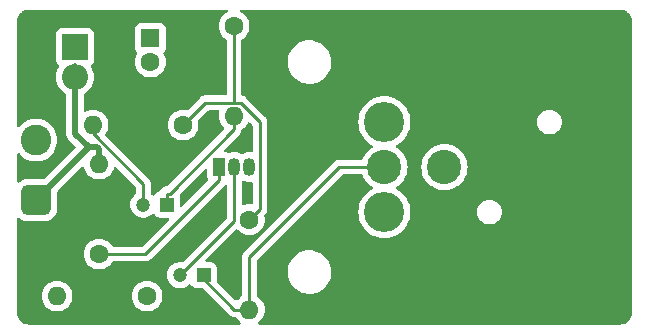
<source format=gbr>
%TF.GenerationSoftware,KiCad,Pcbnew,7.0.10*%
%TF.CreationDate,2024-01-29T12:38:23+01:00*%
%TF.ProjectId,01_taramapre,30315f74-6172-4616-9d61-7072652e6b69,rev?*%
%TF.SameCoordinates,Original*%
%TF.FileFunction,Copper,L2,Bot*%
%TF.FilePolarity,Positive*%
%FSLAX46Y46*%
G04 Gerber Fmt 4.6, Leading zero omitted, Abs format (unit mm)*
G04 Created by KiCad (PCBNEW 7.0.10) date 2024-01-29 12:38:23*
%MOMM*%
%LPD*%
G01*
G04 APERTURE LIST*
G04 Aperture macros list*
%AMRoundRect*
0 Rectangle with rounded corners*
0 $1 Rounding radius*
0 $2 $3 $4 $5 $6 $7 $8 $9 X,Y pos of 4 corners*
0 Add a 4 corners polygon primitive as box body*
4,1,4,$2,$3,$4,$5,$6,$7,$8,$9,$2,$3,0*
0 Add four circle primitives for the rounded corners*
1,1,$1+$1,$2,$3*
1,1,$1+$1,$4,$5*
1,1,$1+$1,$6,$7*
1,1,$1+$1,$8,$9*
0 Add four rect primitives between the rounded corners*
20,1,$1+$1,$2,$3,$4,$5,0*
20,1,$1+$1,$4,$5,$6,$7,0*
20,1,$1+$1,$6,$7,$8,$9,0*
20,1,$1+$1,$8,$9,$2,$3,0*%
G04 Aperture macros list end*
%TA.AperFunction,ComponentPad*%
%ADD10C,3.400000*%
%TD*%
%TA.AperFunction,ComponentPad*%
%ADD11C,2.900000*%
%TD*%
%TA.AperFunction,ComponentPad*%
%ADD12RoundRect,0.650000X0.650000X-0.650000X0.650000X0.650000X-0.650000X0.650000X-0.650000X-0.650000X0*%
%TD*%
%TA.AperFunction,ComponentPad*%
%ADD13C,2.600000*%
%TD*%
%TA.AperFunction,ComponentPad*%
%ADD14C,1.600000*%
%TD*%
%TA.AperFunction,ComponentPad*%
%ADD15O,1.600000X1.600000*%
%TD*%
%TA.AperFunction,ComponentPad*%
%ADD16R,1.200000X1.200000*%
%TD*%
%TA.AperFunction,ComponentPad*%
%ADD17C,1.200000*%
%TD*%
%TA.AperFunction,ComponentPad*%
%ADD18R,1.600000X1.600000*%
%TD*%
%TA.AperFunction,ComponentPad*%
%ADD19R,1.050000X1.500000*%
%TD*%
%TA.AperFunction,ComponentPad*%
%ADD20O,1.050000X1.500000*%
%TD*%
%TA.AperFunction,ComponentPad*%
%ADD21R,2.200000X2.200000*%
%TD*%
%TA.AperFunction,ComponentPad*%
%ADD22O,2.200000X2.200000*%
%TD*%
%TA.AperFunction,Conductor*%
%ADD23C,0.250000*%
%TD*%
%TA.AperFunction,Conductor*%
%ADD24C,0.500000*%
%TD*%
G04 APERTURE END LIST*
D10*
%TO.P,J1,1*%
%TO.N,GND*%
X134620000Y-88900000D03*
%TO.P,J1,2*%
%TO.N,Net-(C2-Pad1)*%
X134620000Y-81280000D03*
D11*
%TO.P,J1,3*%
%TO.N,Net-(C3-Pad1)*%
X134620000Y-85090000D03*
%TO.P,J1,G*%
%TO.N,N/C*%
X139700000Y-85090000D03*
%TD*%
D12*
%TO.P,MK1,1,-*%
%TO.N,GND*%
X105124000Y-87884000D03*
D13*
%TO.P,MK1,2,+*%
%TO.N,Net-(MK1-+)*%
X105124000Y-82804000D03*
%TD*%
D14*
%TO.P,R5,1*%
%TO.N,Net-(D1-K)*%
X123190000Y-89535000D03*
D15*
%TO.P,R5,2*%
%TO.N,Net-(C3-Pad1)*%
X123190000Y-97155000D03*
%TD*%
D14*
%TO.P,R3,1*%
%TO.N,Net-(D1-K)*%
X117570000Y-81534000D03*
D15*
%TO.P,R3,2*%
%TO.N,Net-(Q1-D)*%
X109950000Y-81534000D03*
%TD*%
D16*
%TO.P,C2,1*%
%TO.N,Net-(C2-Pad1)*%
X116205000Y-88265000D03*
D17*
%TO.P,C2,2*%
%TO.N,Net-(Q1-D)*%
X114205000Y-88265000D03*
%TD*%
D18*
%TO.P,C1,1*%
%TO.N,Net-(D1-K)*%
X114808000Y-74200000D03*
D14*
%TO.P,C1,2*%
%TO.N,GND*%
X114808000Y-76200000D03*
%TD*%
D16*
%TO.P,C3,1*%
%TO.N,Net-(C3-Pad1)*%
X119304600Y-94234000D03*
D17*
%TO.P,C3,2*%
%TO.N,Net-(Q1-S)*%
X117304600Y-94234000D03*
%TD*%
D14*
%TO.P,R2,1*%
%TO.N,Net-(Q1-S)*%
X114522000Y-96012000D03*
D15*
%TO.P,R2,2*%
%TO.N,GND*%
X106902000Y-96012000D03*
%TD*%
D14*
%TO.P,R4,1*%
%TO.N,Net-(D1-K)*%
X121888000Y-73152000D03*
D15*
%TO.P,R4,2*%
%TO.N,Net-(C2-Pad1)*%
X121888000Y-80772000D03*
%TD*%
D14*
%TO.P,R1,1*%
%TO.N,Net-(MK1-+)*%
X110458000Y-92456000D03*
D15*
%TO.P,R1,2*%
%TO.N,GND*%
X110458000Y-84836000D03*
%TD*%
D19*
%TO.P,Q1,1,G*%
%TO.N,Net-(MK1-+)*%
X120650000Y-85090000D03*
D20*
%TO.P,Q1,2,S*%
%TO.N,Net-(Q1-S)*%
X121920000Y-85090000D03*
%TO.P,Q1,3,D*%
%TO.N,Net-(Q1-D)*%
X123190000Y-85090000D03*
%TD*%
D21*
%TO.P,D1,1,K*%
%TO.N,Net-(D1-K)*%
X108426000Y-74930000D03*
D22*
%TO.P,D1,2,A*%
%TO.N,GND*%
X108426000Y-77470000D03*
%TD*%
D23*
%TO.N,Net-(D1-K)*%
X121888000Y-79641800D02*
X119462200Y-79641800D01*
X123190000Y-89535000D02*
X124085600Y-88639400D01*
X121888000Y-79641800D02*
X121888000Y-73152000D01*
X119462200Y-79641800D02*
X117570000Y-81534000D01*
X122437500Y-79641800D02*
X121888000Y-79641800D01*
X124085600Y-88639400D02*
X124085600Y-81289900D01*
X124085600Y-81289900D02*
X122437500Y-79641800D01*
D24*
%TO.N,GND*%
X108426000Y-82253600D02*
X109590200Y-83417800D01*
X108426000Y-76509800D02*
X108426000Y-82253600D01*
X110291700Y-83417800D02*
X110458000Y-83584100D01*
X109590200Y-83417800D02*
X105124000Y-87884000D01*
X110458000Y-84836000D02*
X110458000Y-83584100D01*
X109590200Y-83417800D02*
X110291700Y-83417800D01*
D23*
%TO.N,Net-(C2-Pad1)*%
X116448800Y-87338100D02*
X121888000Y-81898900D01*
X116205000Y-88265000D02*
X116205000Y-87338100D01*
X121888000Y-80772000D02*
X121888000Y-81898900D01*
X116205000Y-87338100D02*
X116448800Y-87338100D01*
%TO.N,Net-(Q1-D)*%
X109950000Y-81534000D02*
X109950000Y-82238300D01*
X114205000Y-86493300D02*
X114205000Y-88265000D01*
X109950000Y-82238300D02*
X114205000Y-86493300D01*
%TO.N,Net-(C3-Pad1)*%
X121920000Y-97155000D02*
X119304600Y-94539600D01*
X130810000Y-85090000D02*
X134620000Y-85090000D01*
X123190000Y-97155000D02*
X121920000Y-97155000D01*
X123190000Y-97155000D02*
X123190000Y-92710000D01*
X119304600Y-94539600D02*
X119304600Y-94234000D01*
X123190000Y-92710000D02*
X130810000Y-85090000D01*
%TO.N,Net-(Q1-S)*%
X121920000Y-89618600D02*
X117304600Y-94234000D01*
X121920000Y-85090000D02*
X121920000Y-89618600D01*
%TO.N,Net-(MK1-+)*%
X120650000Y-85090000D02*
X120650000Y-86166900D01*
X114360900Y-92456000D02*
X110458000Y-92456000D01*
X120650000Y-86166900D02*
X114360900Y-92456000D01*
%TD*%
%TA.AperFunction,NonConductor*%
G36*
X123224872Y-81317479D02*
G01*
X123244684Y-81333575D01*
X123303475Y-81392365D01*
X123423781Y-81512671D01*
X123457266Y-81573994D01*
X123460100Y-81600352D01*
X123460100Y-83724327D01*
X123440415Y-83791366D01*
X123387611Y-83837121D01*
X123323946Y-83847730D01*
X123190000Y-83834538D01*
X122988968Y-83854337D01*
X122795654Y-83912978D01*
X122613453Y-84010367D01*
X122545050Y-84024609D01*
X122496547Y-84010367D01*
X122314345Y-83912978D01*
X122121031Y-83854337D01*
X121920000Y-83834538D01*
X121718968Y-83854337D01*
X121580959Y-83896202D01*
X121525659Y-83912977D01*
X121525658Y-83912977D01*
X121524575Y-83913306D01*
X121454708Y-83913929D01*
X121425618Y-83899529D01*
X121425114Y-83900454D01*
X121417328Y-83896202D01*
X121282482Y-83845908D01*
X121282483Y-83845908D01*
X121222883Y-83839501D01*
X121222881Y-83839500D01*
X121222873Y-83839500D01*
X121222865Y-83839500D01*
X121131352Y-83839500D01*
X121064313Y-83819815D01*
X121018558Y-83767011D01*
X121008614Y-83697853D01*
X121037639Y-83634297D01*
X121043671Y-83627819D01*
X121641970Y-83029520D01*
X122271788Y-82399701D01*
X122284042Y-82389886D01*
X122283859Y-82389664D01*
X122289868Y-82384691D01*
X122289877Y-82384686D01*
X122335949Y-82335622D01*
X122338566Y-82332923D01*
X122358120Y-82313371D01*
X122360576Y-82310203D01*
X122368156Y-82301327D01*
X122398062Y-82269482D01*
X122407713Y-82251924D01*
X122418396Y-82235661D01*
X122430673Y-82219836D01*
X122448021Y-82179744D01*
X122453151Y-82169271D01*
X122474197Y-82130992D01*
X122479180Y-82111580D01*
X122485481Y-82093180D01*
X122493437Y-82074796D01*
X122500270Y-82031648D01*
X122502633Y-82020238D01*
X122513500Y-81977919D01*
X122513500Y-81977916D01*
X122514413Y-81970691D01*
X122542345Y-81906647D01*
X122566312Y-81884658D01*
X122592316Y-81866450D01*
X122727139Y-81772047D01*
X122888047Y-81611139D01*
X123018568Y-81424734D01*
X123044625Y-81368852D01*
X123090797Y-81316415D01*
X123157991Y-81297263D01*
X123224872Y-81317479D01*
G37*
%TD.AperFunction*%
%TA.AperFunction,NonConductor*%
G36*
X121314343Y-71774685D02*
G01*
X121360098Y-71827489D01*
X121370042Y-71896647D01*
X121341017Y-71960203D01*
X121299710Y-71991380D01*
X121269712Y-72005369D01*
X121235267Y-72021431D01*
X121235265Y-72021432D01*
X121048858Y-72151954D01*
X120887954Y-72312858D01*
X120757432Y-72499265D01*
X120757431Y-72499267D01*
X120661261Y-72705502D01*
X120661258Y-72705511D01*
X120602366Y-72925302D01*
X120602364Y-72925313D01*
X120582532Y-73151998D01*
X120582532Y-73152001D01*
X120602364Y-73378686D01*
X120602366Y-73378697D01*
X120661258Y-73598488D01*
X120661261Y-73598497D01*
X120757431Y-73804732D01*
X120757432Y-73804734D01*
X120887954Y-73991141D01*
X121048858Y-74152045D01*
X121209623Y-74264613D01*
X121253248Y-74319189D01*
X121262500Y-74366188D01*
X121262500Y-78892300D01*
X121242815Y-78959339D01*
X121190011Y-79005094D01*
X121138500Y-79016300D01*
X119544943Y-79016300D01*
X119529322Y-79014575D01*
X119529296Y-79014861D01*
X119521534Y-79014127D01*
X119521533Y-79014127D01*
X119459309Y-79016082D01*
X119454327Y-79016239D01*
X119450432Y-79016300D01*
X119422847Y-79016300D01*
X119418861Y-79016803D01*
X119407233Y-79017718D01*
X119363573Y-79019090D01*
X119344329Y-79024681D01*
X119325279Y-79028625D01*
X119305411Y-79031134D01*
X119305410Y-79031134D01*
X119264799Y-79047213D01*
X119253754Y-79050994D01*
X119211814Y-79063179D01*
X119211810Y-79063181D01*
X119194566Y-79073379D01*
X119177105Y-79081933D01*
X119158474Y-79089310D01*
X119158462Y-79089317D01*
X119123133Y-79114985D01*
X119113373Y-79121396D01*
X119075780Y-79143629D01*
X119061614Y-79157795D01*
X119046824Y-79170427D01*
X119030614Y-79182204D01*
X119030611Y-79182207D01*
X119002773Y-79215858D01*
X118994911Y-79224497D01*
X117984821Y-80234586D01*
X117923498Y-80268071D01*
X117865048Y-80266680D01*
X117796697Y-80248366D01*
X117796693Y-80248365D01*
X117796692Y-80248365D01*
X117683346Y-80238448D01*
X117570001Y-80228532D01*
X117569998Y-80228532D01*
X117343313Y-80248364D01*
X117343302Y-80248366D01*
X117123511Y-80307258D01*
X117123502Y-80307261D01*
X116917267Y-80403431D01*
X116917265Y-80403432D01*
X116730858Y-80533954D01*
X116569954Y-80694858D01*
X116439432Y-80881265D01*
X116439431Y-80881267D01*
X116343261Y-81087502D01*
X116343258Y-81087511D01*
X116284366Y-81307302D01*
X116284364Y-81307313D01*
X116264532Y-81533998D01*
X116264532Y-81534001D01*
X116284364Y-81760686D01*
X116284366Y-81760697D01*
X116343258Y-81980488D01*
X116343261Y-81980497D01*
X116439431Y-82186732D01*
X116439432Y-82186734D01*
X116569954Y-82373141D01*
X116730858Y-82534045D01*
X116730861Y-82534047D01*
X116917266Y-82664568D01*
X117123504Y-82760739D01*
X117343308Y-82819635D01*
X117505230Y-82833801D01*
X117569998Y-82839468D01*
X117570000Y-82839468D01*
X117570002Y-82839468D01*
X117626673Y-82834509D01*
X117796692Y-82819635D01*
X118016496Y-82760739D01*
X118222734Y-82664568D01*
X118409139Y-82534047D01*
X118570047Y-82373139D01*
X118700568Y-82186734D01*
X118796739Y-81980496D01*
X118855635Y-81760692D01*
X118875468Y-81534000D01*
X118855635Y-81307308D01*
X118837318Y-81238948D01*
X118838981Y-81169103D01*
X118869410Y-81119179D01*
X119684972Y-80303619D01*
X119746295Y-80270134D01*
X119772653Y-80267300D01*
X120515257Y-80267300D01*
X120582296Y-80286985D01*
X120628051Y-80339789D01*
X120637995Y-80408947D01*
X120635032Y-80423393D01*
X120602366Y-80545302D01*
X120602364Y-80545313D01*
X120582532Y-80771998D01*
X120582532Y-80772001D01*
X120602364Y-80998686D01*
X120602366Y-80998697D01*
X120661258Y-81218488D01*
X120661261Y-81218497D01*
X120757431Y-81424732D01*
X120757432Y-81424734D01*
X120887954Y-81611141D01*
X121001879Y-81725066D01*
X121035364Y-81786389D01*
X121030380Y-81856081D01*
X121001879Y-81900428D01*
X116223207Y-86679100D01*
X116161884Y-86712585D01*
X116151085Y-86714439D01*
X116149986Y-86714578D01*
X116142216Y-86715312D01*
X116133233Y-86715878D01*
X116086859Y-86718796D01*
X116079085Y-86721322D01*
X116056320Y-86726410D01*
X116048218Y-86727433D01*
X116048205Y-86727437D01*
X115996621Y-86747860D01*
X115989308Y-86750492D01*
X115936559Y-86767633D01*
X115936556Y-86767634D01*
X115929652Y-86772015D01*
X115908880Y-86782599D01*
X115901273Y-86785611D01*
X115901262Y-86785617D01*
X115856388Y-86818219D01*
X115849951Y-86822594D01*
X115803123Y-86852313D01*
X115803120Y-86852316D01*
X115797529Y-86858270D01*
X115780029Y-86873699D01*
X115773413Y-86878505D01*
X115773412Y-86878506D01*
X115738053Y-86921246D01*
X115732906Y-86927084D01*
X115694937Y-86967518D01*
X115694935Y-86967520D01*
X115690994Y-86974689D01*
X115677889Y-86993973D01*
X115672677Y-87000273D01*
X115672674Y-87000278D01*
X115649059Y-87050461D01*
X115645526Y-87057395D01*
X115619642Y-87104481D01*
X115570097Y-87153747D01*
X115524232Y-87168037D01*
X115497516Y-87170909D01*
X115362671Y-87221202D01*
X115362664Y-87221206D01*
X115247455Y-87307452D01*
X115247452Y-87307455D01*
X115161206Y-87422664D01*
X115156953Y-87430454D01*
X115154741Y-87429246D01*
X115120840Y-87474511D01*
X115055370Y-87498913D01*
X114987101Y-87484045D01*
X114963017Y-87466866D01*
X114871041Y-87383019D01*
X114870961Y-87382946D01*
X114834680Y-87323234D01*
X114830500Y-87291309D01*
X114830500Y-86576042D01*
X114832224Y-86560422D01*
X114831939Y-86560395D01*
X114832673Y-86552633D01*
X114830561Y-86485412D01*
X114830500Y-86481518D01*
X114830500Y-86453956D01*
X114830500Y-86453950D01*
X114829996Y-86449968D01*
X114829081Y-86438329D01*
X114827710Y-86394673D01*
X114822119Y-86375430D01*
X114818173Y-86356378D01*
X114815664Y-86336508D01*
X114799579Y-86295883D01*
X114795806Y-86284862D01*
X114783618Y-86242910D01*
X114783617Y-86242909D01*
X114783617Y-86242907D01*
X114783616Y-86242906D01*
X114773423Y-86225671D01*
X114764861Y-86208194D01*
X114757487Y-86189569D01*
X114744575Y-86171798D01*
X114731811Y-86154230D01*
X114725405Y-86144477D01*
X114703170Y-86106880D01*
X114703168Y-86106878D01*
X114703165Y-86106874D01*
X114689006Y-86092715D01*
X114676368Y-86077919D01*
X114664594Y-86061713D01*
X114630940Y-86033872D01*
X114622299Y-86026009D01*
X111031602Y-82435311D01*
X110998117Y-82373988D01*
X111003101Y-82304296D01*
X111017704Y-82276511D01*
X111080568Y-82186734D01*
X111176739Y-81980496D01*
X111235635Y-81760692D01*
X111255468Y-81534000D01*
X111235635Y-81307308D01*
X111188959Y-81133109D01*
X111176741Y-81087511D01*
X111176738Y-81087502D01*
X111080568Y-80881266D01*
X110960120Y-80709247D01*
X110950045Y-80694858D01*
X110789141Y-80533954D01*
X110602734Y-80403432D01*
X110602732Y-80403431D01*
X110396497Y-80307261D01*
X110396488Y-80307258D01*
X110176697Y-80248366D01*
X110176693Y-80248365D01*
X110176692Y-80248365D01*
X110176691Y-80248364D01*
X110176686Y-80248364D01*
X109950002Y-80228532D01*
X109949998Y-80228532D01*
X109723313Y-80248364D01*
X109723302Y-80248366D01*
X109503511Y-80307258D01*
X109503502Y-80307262D01*
X109352905Y-80377487D01*
X109283827Y-80387979D01*
X109220043Y-80359459D01*
X109181804Y-80300983D01*
X109176500Y-80265105D01*
X109176500Y-78956647D01*
X109196185Y-78889608D01*
X109235709Y-78850920D01*
X109369659Y-78768836D01*
X109561224Y-78605224D01*
X109724836Y-78413659D01*
X109856466Y-78198859D01*
X109952873Y-77966111D01*
X110011683Y-77721148D01*
X110031449Y-77470000D01*
X110011683Y-77218852D01*
X109952873Y-76973889D01*
X109902689Y-76852734D01*
X109856466Y-76741140D01*
X109775479Y-76608983D01*
X109757234Y-76541538D01*
X109778350Y-76474935D01*
X109806891Y-76444929D01*
X109883546Y-76387546D01*
X109969796Y-76272331D01*
X109996773Y-76200001D01*
X113502532Y-76200001D01*
X113522364Y-76426686D01*
X113522366Y-76426697D01*
X113581258Y-76646488D01*
X113581261Y-76646497D01*
X113677431Y-76852732D01*
X113677432Y-76852734D01*
X113807954Y-77039141D01*
X113968858Y-77200045D01*
X113968861Y-77200047D01*
X114155266Y-77330568D01*
X114361504Y-77426739D01*
X114581308Y-77485635D01*
X114743230Y-77499801D01*
X114807998Y-77505468D01*
X114808000Y-77505468D01*
X114808002Y-77505468D01*
X114864673Y-77500509D01*
X115034692Y-77485635D01*
X115254496Y-77426739D01*
X115460734Y-77330568D01*
X115647139Y-77200047D01*
X115808047Y-77039139D01*
X115938568Y-76852734D01*
X116034739Y-76646496D01*
X116093635Y-76426692D01*
X116113468Y-76200000D01*
X116093635Y-75973308D01*
X116034739Y-75753504D01*
X115938568Y-75547266D01*
X115938567Y-75547264D01*
X115929589Y-75534442D01*
X115907262Y-75468235D01*
X115924273Y-75400468D01*
X115956855Y-75364051D01*
X115965546Y-75357546D01*
X116051796Y-75242331D01*
X116102091Y-75107483D01*
X116108500Y-75047873D01*
X116108499Y-73352128D01*
X116102091Y-73292517D01*
X116051796Y-73157669D01*
X116051795Y-73157668D01*
X116051793Y-73157664D01*
X115965547Y-73042455D01*
X115965544Y-73042452D01*
X115850335Y-72956206D01*
X115850328Y-72956202D01*
X115715482Y-72905908D01*
X115715483Y-72905908D01*
X115655883Y-72899501D01*
X115655881Y-72899500D01*
X115655873Y-72899500D01*
X115655864Y-72899500D01*
X113960129Y-72899500D01*
X113960123Y-72899501D01*
X113900516Y-72905908D01*
X113765671Y-72956202D01*
X113765664Y-72956206D01*
X113650455Y-73042452D01*
X113650452Y-73042455D01*
X113564206Y-73157664D01*
X113564202Y-73157671D01*
X113513908Y-73292517D01*
X113507501Y-73352116D01*
X113507501Y-73352123D01*
X113507500Y-73352135D01*
X113507500Y-75047870D01*
X113507501Y-75047876D01*
X113513908Y-75107483D01*
X113564202Y-75242328D01*
X113564206Y-75242335D01*
X113650452Y-75357544D01*
X113650453Y-75357545D01*
X113650454Y-75357546D01*
X113659142Y-75364050D01*
X113659145Y-75364052D01*
X113701017Y-75419985D01*
X113706001Y-75489677D01*
X113686415Y-75534435D01*
X113677434Y-75547262D01*
X113677431Y-75547267D01*
X113581261Y-75753502D01*
X113581258Y-75753511D01*
X113522366Y-75973302D01*
X113522364Y-75973313D01*
X113502532Y-76199998D01*
X113502532Y-76200001D01*
X109996773Y-76200001D01*
X110020091Y-76137483D01*
X110026500Y-76077873D01*
X110026499Y-73782128D01*
X110020091Y-73722517D01*
X109969796Y-73587669D01*
X109969795Y-73587668D01*
X109969793Y-73587664D01*
X109883547Y-73472455D01*
X109883544Y-73472452D01*
X109768335Y-73386206D01*
X109768328Y-73386202D01*
X109633482Y-73335908D01*
X109633483Y-73335908D01*
X109573883Y-73329501D01*
X109573881Y-73329500D01*
X109573873Y-73329500D01*
X109573864Y-73329500D01*
X107278129Y-73329500D01*
X107278123Y-73329501D01*
X107218516Y-73335908D01*
X107083671Y-73386202D01*
X107083664Y-73386206D01*
X106968455Y-73472452D01*
X106968452Y-73472455D01*
X106882206Y-73587664D01*
X106882202Y-73587671D01*
X106831908Y-73722517D01*
X106825501Y-73782116D01*
X106825501Y-73782123D01*
X106825500Y-73782135D01*
X106825500Y-76077870D01*
X106825501Y-76077876D01*
X106831908Y-76137483D01*
X106882202Y-76272328D01*
X106882206Y-76272335D01*
X106968452Y-76387544D01*
X106968455Y-76387547D01*
X107045104Y-76444927D01*
X107086975Y-76500861D01*
X107091959Y-76570552D01*
X107076520Y-76608983D01*
X106995533Y-76741140D01*
X106899126Y-76973889D01*
X106840317Y-77218848D01*
X106820551Y-77470000D01*
X106840317Y-77721151D01*
X106899126Y-77966110D01*
X106995533Y-78198859D01*
X107127160Y-78413653D01*
X107127161Y-78413656D01*
X107127164Y-78413659D01*
X107290776Y-78605224D01*
X107482341Y-78768836D01*
X107616289Y-78850920D01*
X107663165Y-78902731D01*
X107675500Y-78956647D01*
X107675500Y-82189894D01*
X107674191Y-82207863D01*
X107670710Y-82231625D01*
X107675028Y-82280968D01*
X107675500Y-82291776D01*
X107675500Y-82297311D01*
X107679098Y-82328095D01*
X107679464Y-82331683D01*
X107686000Y-82406391D01*
X107687461Y-82413467D01*
X107687403Y-82413478D01*
X107689034Y-82420837D01*
X107689092Y-82420824D01*
X107690757Y-82427849D01*
X107716400Y-82498305D01*
X107717582Y-82501707D01*
X107741182Y-82572926D01*
X107744236Y-82579474D01*
X107744182Y-82579498D01*
X107747470Y-82586288D01*
X107747521Y-82586263D01*
X107750761Y-82592714D01*
X107791979Y-82655384D01*
X107793889Y-82658382D01*
X107824972Y-82708774D01*
X107833289Y-82722258D01*
X107837766Y-82727919D01*
X107837719Y-82727956D01*
X107842482Y-82733802D01*
X107842528Y-82733764D01*
X107847173Y-82739299D01*
X107901708Y-82790750D01*
X107904296Y-82793264D01*
X108441151Y-83330119D01*
X108474636Y-83391442D01*
X108469652Y-83461134D01*
X108441151Y-83505481D01*
X105899451Y-86047181D01*
X105838128Y-86080666D01*
X105811770Y-86083500D01*
X104402984Y-86083500D01*
X104314375Y-86089650D01*
X104314359Y-86089652D01*
X104106823Y-86138465D01*
X104106817Y-86138467D01*
X104087023Y-86147207D01*
X103928351Y-86217267D01*
X103911761Y-86224592D01*
X103735858Y-86345088D01*
X103735852Y-86345093D01*
X103716681Y-86364265D01*
X103655358Y-86397750D01*
X103585666Y-86392766D01*
X103529733Y-86350894D01*
X103505316Y-86285430D01*
X103505000Y-86276584D01*
X103505000Y-84015987D01*
X103524685Y-83948948D01*
X103577489Y-83903193D01*
X103646647Y-83893249D01*
X103710203Y-83922274D01*
X103725940Y-83938667D01*
X103787601Y-84015987D01*
X103800442Y-84032089D01*
X103987183Y-84205358D01*
X103998259Y-84215635D01*
X104221226Y-84367651D01*
X104464359Y-84484738D01*
X104722228Y-84564280D01*
X104722229Y-84564280D01*
X104722232Y-84564281D01*
X104989063Y-84604499D01*
X104989068Y-84604499D01*
X104989071Y-84604500D01*
X104989072Y-84604500D01*
X105258928Y-84604500D01*
X105258929Y-84604500D01*
X105258936Y-84604499D01*
X105525767Y-84564281D01*
X105525768Y-84564280D01*
X105525772Y-84564280D01*
X105783641Y-84484738D01*
X106026775Y-84367651D01*
X106249741Y-84215635D01*
X106446799Y-84032792D01*
X106447557Y-84032089D01*
X106447557Y-84032087D01*
X106447561Y-84032085D01*
X106615815Y-83821102D01*
X106750743Y-83587398D01*
X106849334Y-83336195D01*
X106909383Y-83073103D01*
X106926902Y-82839327D01*
X106929549Y-82804004D01*
X106929549Y-82803995D01*
X106909383Y-82534898D01*
X106909189Y-82534047D01*
X106849334Y-82271805D01*
X106750743Y-82020602D01*
X106615815Y-81786898D01*
X106447561Y-81575915D01*
X106447560Y-81575914D01*
X106447557Y-81575910D01*
X106249741Y-81392365D01*
X106186478Y-81349233D01*
X106026775Y-81240349D01*
X106026769Y-81240346D01*
X106026768Y-81240345D01*
X106026767Y-81240344D01*
X105783643Y-81123263D01*
X105783645Y-81123263D01*
X105525773Y-81043720D01*
X105525767Y-81043718D01*
X105258936Y-81003500D01*
X105258929Y-81003500D01*
X104989071Y-81003500D01*
X104989063Y-81003500D01*
X104722232Y-81043718D01*
X104722226Y-81043720D01*
X104464358Y-81123262D01*
X104221230Y-81240346D01*
X103998258Y-81392365D01*
X103800442Y-81575910D01*
X103725947Y-81669325D01*
X103668758Y-81709465D01*
X103598947Y-81712315D01*
X103538677Y-81676969D01*
X103507084Y-81614650D01*
X103505000Y-81592012D01*
X103505000Y-72761092D01*
X103505597Y-72748938D01*
X103509875Y-72705502D01*
X103523018Y-72572056D01*
X103527757Y-72548232D01*
X103577577Y-72383994D01*
X103586875Y-72361549D01*
X103667775Y-72210195D01*
X103681272Y-72189995D01*
X103790149Y-72057328D01*
X103807328Y-72040149D01*
X103939995Y-71931272D01*
X103960195Y-71917775D01*
X104111549Y-71836875D01*
X104133994Y-71827577D01*
X104298232Y-71777757D01*
X104322056Y-71773018D01*
X104498939Y-71755597D01*
X104511093Y-71755000D01*
X121247304Y-71755000D01*
X121314343Y-71774685D01*
G37*
%TD.AperFunction*%
%TA.AperFunction,NonConductor*%
G36*
X122727949Y-86230831D02*
G01*
X122795659Y-86267023D01*
X122988967Y-86325662D01*
X123190000Y-86345462D01*
X123323947Y-86332269D01*
X123392592Y-86345288D01*
X123443302Y-86393352D01*
X123460100Y-86455672D01*
X123460100Y-88117840D01*
X123440415Y-88184879D01*
X123387611Y-88230634D01*
X123325293Y-88241368D01*
X123190002Y-88229532D01*
X123189998Y-88229532D01*
X122963313Y-88249364D01*
X122963302Y-88249366D01*
X122743511Y-88308258D01*
X122743501Y-88308262D01*
X122721901Y-88318334D01*
X122652824Y-88328824D01*
X122589040Y-88300302D01*
X122550803Y-88241824D01*
X122545500Y-88205950D01*
X122545500Y-86340191D01*
X122565185Y-86273152D01*
X122617989Y-86227397D01*
X122687147Y-86217453D01*
X122727949Y-86230831D01*
G37*
%TD.AperFunction*%
%TA.AperFunction,NonConductor*%
G36*
X119543834Y-85230169D02*
G01*
X119599767Y-85272041D01*
X119624184Y-85337505D01*
X119624500Y-85346351D01*
X119624500Y-85887870D01*
X119624501Y-85887876D01*
X119630908Y-85947483D01*
X119681202Y-86082328D01*
X119681204Y-86082331D01*
X119688977Y-86092715D01*
X119689066Y-86092833D01*
X119713484Y-86158296D01*
X119698633Y-86226570D01*
X119677481Y-86254826D01*
X117517180Y-88415128D01*
X117455857Y-88448613D01*
X117386165Y-88443629D01*
X117330232Y-88401757D01*
X117305815Y-88336293D01*
X117305499Y-88327447D01*
X117305499Y-87617129D01*
X117305498Y-87617123D01*
X117299091Y-87557518D01*
X117299091Y-87557517D01*
X117276649Y-87497349D01*
X117271666Y-87427661D01*
X117305147Y-87366341D01*
X119412821Y-85258668D01*
X119474142Y-85225185D01*
X119543834Y-85230169D01*
G37*
%TD.AperFunction*%
%TA.AperFunction,NonConductor*%
G36*
X154581061Y-71755597D02*
G01*
X154757941Y-71773018D01*
X154781769Y-71777757D01*
X154946001Y-71827576D01*
X154968453Y-71836877D01*
X155119798Y-71917772D01*
X155140010Y-71931277D01*
X155272666Y-72040145D01*
X155289854Y-72057333D01*
X155398722Y-72189989D01*
X155412227Y-72210201D01*
X155493121Y-72361543D01*
X155502424Y-72384001D01*
X155552240Y-72548224D01*
X155556982Y-72572065D01*
X155574403Y-72748938D01*
X155575000Y-72761092D01*
X155575000Y-97418907D01*
X155574403Y-97431061D01*
X155556982Y-97607934D01*
X155552240Y-97631775D01*
X155502424Y-97795998D01*
X155493121Y-97818456D01*
X155412227Y-97969798D01*
X155398722Y-97990010D01*
X155289854Y-98122666D01*
X155272666Y-98139854D01*
X155140010Y-98248722D01*
X155119798Y-98262227D01*
X154968456Y-98343121D01*
X154945998Y-98352424D01*
X154781775Y-98402240D01*
X154757934Y-98406982D01*
X154581061Y-98424403D01*
X154568907Y-98425000D01*
X124036883Y-98425000D01*
X123969844Y-98405315D01*
X123924089Y-98352511D01*
X123914145Y-98283353D01*
X123943170Y-98219797D01*
X123965760Y-98199425D01*
X124029139Y-98155047D01*
X124190047Y-97994139D01*
X124320568Y-97807734D01*
X124416739Y-97601496D01*
X124475635Y-97381692D01*
X124495468Y-97155000D01*
X124475635Y-96928308D01*
X124416739Y-96708504D01*
X124320568Y-96502266D01*
X124190049Y-96315864D01*
X124190045Y-96315858D01*
X124029140Y-96154953D01*
X123868377Y-96042386D01*
X123824752Y-95987809D01*
X123815500Y-95940811D01*
X123815500Y-94047763D01*
X126415787Y-94047763D01*
X126445413Y-94317013D01*
X126445415Y-94317024D01*
X126513926Y-94579082D01*
X126513928Y-94579088D01*
X126619870Y-94828390D01*
X126731897Y-95011953D01*
X126760979Y-95059605D01*
X126760986Y-95059615D01*
X126934253Y-95267819D01*
X126934259Y-95267824D01*
X127030642Y-95354183D01*
X127135998Y-95448582D01*
X127361910Y-95598044D01*
X127607176Y-95713020D01*
X127607183Y-95713022D01*
X127607185Y-95713023D01*
X127866557Y-95791057D01*
X127866564Y-95791058D01*
X127866569Y-95791060D01*
X128134561Y-95830500D01*
X128134566Y-95830500D01*
X128337629Y-95830500D01*
X128337631Y-95830500D01*
X128337636Y-95830499D01*
X128337648Y-95830499D01*
X128375191Y-95827750D01*
X128540156Y-95815677D01*
X128652758Y-95790593D01*
X128804546Y-95756782D01*
X128804548Y-95756781D01*
X128804553Y-95756780D01*
X129057558Y-95660014D01*
X129293777Y-95527441D01*
X129508177Y-95361888D01*
X129696186Y-95166881D01*
X129853799Y-94946579D01*
X129964891Y-94730504D01*
X129977649Y-94705690D01*
X129977651Y-94705684D01*
X129977656Y-94705675D01*
X130065118Y-94449305D01*
X130114319Y-94182933D01*
X130124212Y-93912235D01*
X130094586Y-93642982D01*
X130026072Y-93380912D01*
X129920130Y-93131610D01*
X129779018Y-92900390D01*
X129763666Y-92881942D01*
X129605746Y-92692180D01*
X129605740Y-92692175D01*
X129404002Y-92511418D01*
X129178092Y-92361957D01*
X129130012Y-92339418D01*
X128932824Y-92246980D01*
X128932819Y-92246978D01*
X128932814Y-92246976D01*
X128673442Y-92168942D01*
X128673428Y-92168939D01*
X128557791Y-92151921D01*
X128405439Y-92129500D01*
X128202369Y-92129500D01*
X128202351Y-92129500D01*
X127999844Y-92144323D01*
X127999831Y-92144325D01*
X127735453Y-92203217D01*
X127735446Y-92203220D01*
X127482439Y-92299987D01*
X127246226Y-92432557D01*
X127246224Y-92432558D01*
X127246223Y-92432559D01*
X127187496Y-92477906D01*
X127031822Y-92598112D01*
X126843822Y-92793109D01*
X126843816Y-92793116D01*
X126686202Y-93013419D01*
X126686199Y-93013424D01*
X126562350Y-93254309D01*
X126562343Y-93254327D01*
X126474884Y-93510685D01*
X126474881Y-93510699D01*
X126425681Y-93777068D01*
X126425680Y-93777075D01*
X126415787Y-94047763D01*
X123815500Y-94047763D01*
X123815500Y-93020452D01*
X123835185Y-92953413D01*
X123851819Y-92932771D01*
X131032772Y-85751819D01*
X131094095Y-85718334D01*
X131120453Y-85715500D01*
X132685450Y-85715500D01*
X132752489Y-85735185D01*
X132798244Y-85787989D01*
X132801632Y-85796167D01*
X132841231Y-85902338D01*
X132841233Y-85902342D01*
X132974940Y-86147207D01*
X132974945Y-86147215D01*
X133142138Y-86370560D01*
X133142154Y-86370578D01*
X133339421Y-86567845D01*
X133339439Y-86567861D01*
X133562784Y-86735054D01*
X133562792Y-86735059D01*
X133577211Y-86742932D01*
X133626618Y-86792336D01*
X133641472Y-86860608D01*
X133617057Y-86926073D01*
X133572633Y-86962977D01*
X133517400Y-86990215D01*
X133517386Y-86990223D01*
X133277547Y-87150478D01*
X133060672Y-87340672D01*
X132870478Y-87557547D01*
X132710223Y-87797386D01*
X132710219Y-87797393D01*
X132582642Y-88056094D01*
X132489921Y-88329239D01*
X132489917Y-88329254D01*
X132435256Y-88604055D01*
X132433644Y-88612161D01*
X132414778Y-88900000D01*
X132429537Y-89125186D01*
X132433644Y-89187837D01*
X132433646Y-89187849D01*
X132489917Y-89470745D01*
X132489921Y-89470760D01*
X132582642Y-89743905D01*
X132710219Y-90002606D01*
X132710223Y-90002613D01*
X132870478Y-90242452D01*
X133060672Y-90459327D01*
X133277547Y-90649521D01*
X133517386Y-90809776D01*
X133517389Y-90809778D01*
X133776098Y-90937359D01*
X134049247Y-91030081D01*
X134332161Y-91086356D01*
X134620000Y-91105222D01*
X134907839Y-91086356D01*
X135190753Y-91030081D01*
X135463902Y-90937359D01*
X135722611Y-90809778D01*
X135962454Y-90649520D01*
X136179327Y-90459327D01*
X136369520Y-90242454D01*
X136529778Y-90002611D01*
X136657359Y-89743902D01*
X136750081Y-89470753D01*
X136806356Y-89187839D01*
X136825222Y-88900000D01*
X142454417Y-88900000D01*
X142474699Y-89105932D01*
X142487152Y-89146983D01*
X142519720Y-89254348D01*
X142534769Y-89303956D01*
X142537356Y-89308796D01*
X142632315Y-89486450D01*
X142632317Y-89486452D01*
X142763589Y-89646410D01*
X142810003Y-89684500D01*
X142923550Y-89777685D01*
X143106046Y-89875232D01*
X143304066Y-89935300D01*
X143304065Y-89935300D01*
X143342647Y-89939100D01*
X143458392Y-89950500D01*
X143458395Y-89950500D01*
X143561605Y-89950500D01*
X143561608Y-89950500D01*
X143715934Y-89935300D01*
X143913954Y-89875232D01*
X144096450Y-89777685D01*
X144256410Y-89646410D01*
X144387685Y-89486450D01*
X144485232Y-89303954D01*
X144545300Y-89105934D01*
X144565583Y-88900000D01*
X144545300Y-88694066D01*
X144485232Y-88496046D01*
X144387685Y-88313550D01*
X144318734Y-88229532D01*
X144256410Y-88153589D01*
X144096452Y-88022317D01*
X144096453Y-88022317D01*
X144096450Y-88022315D01*
X143913954Y-87924768D01*
X143715934Y-87864700D01*
X143715932Y-87864699D01*
X143715934Y-87864699D01*
X143596805Y-87852966D01*
X143561608Y-87849500D01*
X143458392Y-87849500D01*
X143420298Y-87853251D01*
X143304067Y-87864699D01*
X143106043Y-87924769D01*
X142995898Y-87983643D01*
X142923550Y-88022315D01*
X142923548Y-88022316D01*
X142923547Y-88022317D01*
X142763589Y-88153589D01*
X142632317Y-88313547D01*
X142534769Y-88496043D01*
X142474699Y-88694067D01*
X142454417Y-88900000D01*
X136825222Y-88900000D01*
X136806356Y-88612161D01*
X136750081Y-88329247D01*
X136657359Y-88056098D01*
X136529778Y-87797389D01*
X136409332Y-87617129D01*
X136369521Y-87557547D01*
X136179327Y-87340672D01*
X135962452Y-87150478D01*
X135722613Y-86990223D01*
X135722611Y-86990222D01*
X135667366Y-86962978D01*
X135615947Y-86915672D01*
X135598266Y-86848076D01*
X135619936Y-86781652D01*
X135662788Y-86742932D01*
X135677213Y-86735056D01*
X135900568Y-86567855D01*
X136097855Y-86370568D01*
X136265056Y-86147213D01*
X136398769Y-85902337D01*
X136496271Y-85640923D01*
X136555578Y-85368294D01*
X136574963Y-85097255D01*
X136575482Y-85090001D01*
X137744518Y-85090001D01*
X137764422Y-85368299D01*
X137823727Y-85640916D01*
X137823729Y-85640923D01*
X137836491Y-85675139D01*
X137921231Y-85902338D01*
X137921233Y-85902342D01*
X138054940Y-86147207D01*
X138054945Y-86147215D01*
X138222138Y-86370560D01*
X138222154Y-86370578D01*
X138419421Y-86567845D01*
X138419439Y-86567861D01*
X138642784Y-86735054D01*
X138642792Y-86735059D01*
X138887657Y-86868766D01*
X138887661Y-86868768D01*
X138887663Y-86868769D01*
X139149077Y-86966271D01*
X139259178Y-86990222D01*
X139421700Y-87025577D01*
X139421702Y-87025577D01*
X139421706Y-87025578D01*
X139669014Y-87043265D01*
X139699999Y-87045482D01*
X139700000Y-87045482D01*
X139700001Y-87045482D01*
X139727881Y-87043487D01*
X139978294Y-87025578D01*
X140250923Y-86966271D01*
X140512337Y-86868769D01*
X140757213Y-86735056D01*
X140980568Y-86567855D01*
X141177855Y-86370568D01*
X141345056Y-86147213D01*
X141478769Y-85902337D01*
X141576271Y-85640923D01*
X141635578Y-85368294D01*
X141654963Y-85097255D01*
X141655482Y-85090001D01*
X141655482Y-85089998D01*
X141642632Y-84910332D01*
X141635578Y-84811706D01*
X141576271Y-84539077D01*
X141478769Y-84277663D01*
X141444898Y-84215634D01*
X141345059Y-84032792D01*
X141345054Y-84032784D01*
X141177861Y-83809439D01*
X141177845Y-83809421D01*
X140980578Y-83612154D01*
X140980560Y-83612138D01*
X140757215Y-83444945D01*
X140757207Y-83444940D01*
X140512342Y-83311233D01*
X140512338Y-83311231D01*
X140358690Y-83253924D01*
X140250923Y-83213729D01*
X140250919Y-83213728D01*
X140250916Y-83213727D01*
X139978299Y-83154422D01*
X139700001Y-83134518D01*
X139699999Y-83134518D01*
X139421700Y-83154422D01*
X139149083Y-83213727D01*
X139149078Y-83213728D01*
X139149077Y-83213729D01*
X139140251Y-83217021D01*
X138887661Y-83311231D01*
X138887657Y-83311233D01*
X138642792Y-83444940D01*
X138642784Y-83444945D01*
X138419439Y-83612138D01*
X138419421Y-83612154D01*
X138222154Y-83809421D01*
X138222138Y-83809439D01*
X138054945Y-84032784D01*
X138054940Y-84032792D01*
X137921233Y-84277657D01*
X137921231Y-84277661D01*
X137823727Y-84539083D01*
X137764422Y-84811700D01*
X137744518Y-85089998D01*
X137744518Y-85090001D01*
X136575482Y-85090001D01*
X136575482Y-85089998D01*
X136562632Y-84910332D01*
X136555578Y-84811706D01*
X136496271Y-84539077D01*
X136398769Y-84277663D01*
X136364898Y-84215634D01*
X136265059Y-84032792D01*
X136265054Y-84032784D01*
X136097861Y-83809439D01*
X136097845Y-83809421D01*
X135900578Y-83612154D01*
X135900560Y-83612138D01*
X135677215Y-83444945D01*
X135677213Y-83444944D01*
X135677206Y-83444940D01*
X135662784Y-83437065D01*
X135613380Y-83387661D01*
X135598527Y-83319388D01*
X135622943Y-83253924D01*
X135667365Y-83217021D01*
X135722611Y-83189778D01*
X135962454Y-83029520D01*
X136179327Y-82839327D01*
X136369520Y-82622454D01*
X136529778Y-82382611D01*
X136657359Y-82123902D01*
X136750081Y-81850753D01*
X136806356Y-81567839D01*
X136825222Y-81280000D01*
X147534417Y-81280000D01*
X147554699Y-81485932D01*
X147579545Y-81567837D01*
X147614768Y-81683954D01*
X147712315Y-81866450D01*
X147712317Y-81866452D01*
X147843589Y-82026410D01*
X147902550Y-82074797D01*
X148003550Y-82157685D01*
X148186046Y-82255232D01*
X148384066Y-82315300D01*
X148384065Y-82315300D01*
X148422647Y-82319100D01*
X148538392Y-82330500D01*
X148538395Y-82330500D01*
X148641605Y-82330500D01*
X148641608Y-82330500D01*
X148795934Y-82315300D01*
X148993954Y-82255232D01*
X149176450Y-82157685D01*
X149336410Y-82026410D01*
X149467685Y-81866450D01*
X149565232Y-81683954D01*
X149625300Y-81485934D01*
X149645583Y-81280000D01*
X149625300Y-81074066D01*
X149565232Y-80876046D01*
X149467685Y-80693550D01*
X149346022Y-80545302D01*
X149336410Y-80533589D01*
X149177811Y-80403432D01*
X149176450Y-80402315D01*
X148998618Y-80307261D01*
X148993956Y-80304769D01*
X148993955Y-80304768D01*
X148993954Y-80304768D01*
X148795934Y-80244700D01*
X148795932Y-80244699D01*
X148795934Y-80244699D01*
X148676805Y-80232966D01*
X148641608Y-80229500D01*
X148538392Y-80229500D01*
X148500298Y-80233251D01*
X148384067Y-80244699D01*
X148186043Y-80304769D01*
X148083727Y-80359459D01*
X148003550Y-80402315D01*
X148003548Y-80402316D01*
X148003547Y-80402317D01*
X147843589Y-80533589D01*
X147712317Y-80693547D01*
X147712315Y-80693550D01*
X147703929Y-80709239D01*
X147614769Y-80876043D01*
X147554699Y-81074067D01*
X147534417Y-81280000D01*
X136825222Y-81280000D01*
X136806356Y-80992161D01*
X136750081Y-80709247D01*
X136657359Y-80436098D01*
X136529778Y-80177389D01*
X136369520Y-79937546D01*
X136179327Y-79720672D01*
X135962452Y-79530478D01*
X135722613Y-79370223D01*
X135722606Y-79370219D01*
X135463905Y-79242642D01*
X135190760Y-79149921D01*
X135190754Y-79149919D01*
X135190753Y-79149919D01*
X135190751Y-79149918D01*
X135190745Y-79149917D01*
X134907849Y-79093646D01*
X134907839Y-79093644D01*
X134620000Y-79074778D01*
X134332161Y-79093644D01*
X134332155Y-79093645D01*
X134332150Y-79093646D01*
X134049254Y-79149917D01*
X134049239Y-79149921D01*
X133776094Y-79242642D01*
X133517393Y-79370219D01*
X133517386Y-79370223D01*
X133277547Y-79530478D01*
X133060672Y-79720672D01*
X132870478Y-79937547D01*
X132710223Y-80177386D01*
X132710219Y-80177393D01*
X132582642Y-80436094D01*
X132489921Y-80709239D01*
X132489917Y-80709254D01*
X132433646Y-80992150D01*
X132433644Y-80992162D01*
X132414778Y-81280000D01*
X132433644Y-81567837D01*
X132433646Y-81567849D01*
X132489917Y-81850745D01*
X132489921Y-81850760D01*
X132582642Y-82123905D01*
X132710219Y-82382606D01*
X132710223Y-82382613D01*
X132870478Y-82622452D01*
X133060672Y-82839327D01*
X133277547Y-83029521D01*
X133517386Y-83189776D01*
X133517393Y-83189780D01*
X133572632Y-83217021D01*
X133624052Y-83264326D01*
X133641733Y-83331922D01*
X133620063Y-83398346D01*
X133577216Y-83437065D01*
X133562787Y-83444943D01*
X133562784Y-83444945D01*
X133339439Y-83612138D01*
X133339421Y-83612154D01*
X133142154Y-83809421D01*
X133142138Y-83809439D01*
X132974945Y-84032784D01*
X132974940Y-84032792D01*
X132841233Y-84277657D01*
X132841231Y-84277661D01*
X132801632Y-84383833D01*
X132759761Y-84439767D01*
X132694296Y-84464184D01*
X132685450Y-84464500D01*
X130892737Y-84464500D01*
X130877120Y-84462776D01*
X130877093Y-84463062D01*
X130869331Y-84462327D01*
X130802144Y-84464439D01*
X130798250Y-84464500D01*
X130770650Y-84464500D01*
X130766962Y-84464965D01*
X130766649Y-84465005D01*
X130755031Y-84465918D01*
X130711377Y-84467290D01*
X130711367Y-84467292D01*
X130692134Y-84472879D01*
X130673094Y-84476822D01*
X130653217Y-84479334D01*
X130653210Y-84479335D01*
X130653208Y-84479336D01*
X130653206Y-84479336D01*
X130653205Y-84479337D01*
X130612584Y-84495419D01*
X130601537Y-84499201D01*
X130559611Y-84511382D01*
X130559608Y-84511383D01*
X130542363Y-84521581D01*
X130524901Y-84530135D01*
X130506272Y-84537511D01*
X130506267Y-84537514D01*
X130470926Y-84563189D01*
X130461168Y-84569599D01*
X130423580Y-84591828D01*
X130409408Y-84606000D01*
X130394623Y-84618628D01*
X130378412Y-84630407D01*
X130350571Y-84664059D01*
X130342711Y-84672696D01*
X122806208Y-92209199D01*
X122793951Y-92219020D01*
X122794134Y-92219241D01*
X122788122Y-92224214D01*
X122742098Y-92273223D01*
X122739391Y-92276016D01*
X122719889Y-92295517D01*
X122719875Y-92295534D01*
X122717407Y-92298715D01*
X122709843Y-92307570D01*
X122679937Y-92339418D01*
X122679936Y-92339420D01*
X122670284Y-92356976D01*
X122659610Y-92373226D01*
X122647329Y-92389061D01*
X122647324Y-92389068D01*
X122629975Y-92429158D01*
X122624838Y-92439644D01*
X122603803Y-92477906D01*
X122598822Y-92497307D01*
X122592521Y-92515710D01*
X122584562Y-92534102D01*
X122584561Y-92534105D01*
X122577728Y-92577243D01*
X122575360Y-92588674D01*
X122564501Y-92630971D01*
X122564500Y-92630982D01*
X122564500Y-92651016D01*
X122562973Y-92670415D01*
X122559840Y-92690194D01*
X122559840Y-92690195D01*
X122563950Y-92733674D01*
X122564500Y-92745343D01*
X122564500Y-95940811D01*
X122544815Y-96007850D01*
X122511623Y-96042386D01*
X122350862Y-96154951D01*
X122189951Y-96315863D01*
X122189950Y-96315864D01*
X122182251Y-96326859D01*
X122127671Y-96370480D01*
X122058172Y-96377668D01*
X121995820Y-96346141D01*
X121993000Y-96343409D01*
X120441418Y-94791827D01*
X120407933Y-94730504D01*
X120405099Y-94704146D01*
X120405099Y-93586129D01*
X120405098Y-93586123D01*
X120398691Y-93526516D01*
X120348397Y-93391671D01*
X120348393Y-93391664D01*
X120262147Y-93276455D01*
X120262144Y-93276452D01*
X120146935Y-93190206D01*
X120146928Y-93190202D01*
X120012082Y-93139908D01*
X120012083Y-93139908D01*
X119952483Y-93133501D01*
X119952481Y-93133500D01*
X119952473Y-93133500D01*
X119952465Y-93133500D01*
X119589051Y-93133500D01*
X119522012Y-93113815D01*
X119476257Y-93061011D01*
X119466313Y-92991853D01*
X119495338Y-92928297D01*
X119501370Y-92921819D01*
X120645566Y-91777623D01*
X122031822Y-90391367D01*
X122093143Y-90357884D01*
X122162835Y-90362868D01*
X122207182Y-90391369D01*
X122350858Y-90535045D01*
X122350861Y-90535047D01*
X122537266Y-90665568D01*
X122743504Y-90761739D01*
X122963308Y-90820635D01*
X123125230Y-90834801D01*
X123189998Y-90840468D01*
X123190000Y-90840468D01*
X123190002Y-90840468D01*
X123246673Y-90835509D01*
X123416692Y-90820635D01*
X123636496Y-90761739D01*
X123842734Y-90665568D01*
X124029139Y-90535047D01*
X124190047Y-90374139D01*
X124320568Y-90187734D01*
X124416739Y-89981496D01*
X124475635Y-89761692D01*
X124494732Y-89543409D01*
X124495468Y-89535001D01*
X124495468Y-89534998D01*
X124483292Y-89395827D01*
X124475635Y-89308308D01*
X124457952Y-89242313D01*
X124459615Y-89172464D01*
X124487333Y-89125339D01*
X124487477Y-89125186D01*
X124533563Y-89076107D01*
X124536182Y-89073406D01*
X124555720Y-89053870D01*
X124558170Y-89050710D01*
X124565754Y-89041829D01*
X124595662Y-89009982D01*
X124605314Y-88992423D01*
X124615989Y-88976172D01*
X124628274Y-88960336D01*
X124645630Y-88920225D01*
X124650761Y-88909754D01*
X124671794Y-88871498D01*
X124671794Y-88871497D01*
X124671797Y-88871492D01*
X124676780Y-88852080D01*
X124683077Y-88833691D01*
X124691038Y-88815295D01*
X124697870Y-88772148D01*
X124700239Y-88760716D01*
X124711099Y-88718422D01*
X124711100Y-88718417D01*
X124711100Y-88698383D01*
X124712627Y-88678982D01*
X124715760Y-88659204D01*
X124711650Y-88615724D01*
X124711100Y-88604055D01*
X124711100Y-81372637D01*
X124712824Y-81357023D01*
X124712538Y-81356996D01*
X124713272Y-81349233D01*
X124711161Y-81282043D01*
X124711100Y-81278149D01*
X124711100Y-81250551D01*
X124711100Y-81250550D01*
X124710597Y-81246570D01*
X124709680Y-81234921D01*
X124708309Y-81191274D01*
X124708309Y-81191272D01*
X124702720Y-81172037D01*
X124698774Y-81152984D01*
X124696264Y-81133108D01*
X124680178Y-81092481D01*
X124676403Y-81081454D01*
X124664217Y-81039510D01*
X124654021Y-81022269D01*
X124645460Y-81004793D01*
X124640459Y-80992162D01*
X124638086Y-80986168D01*
X124612409Y-80950826D01*
X124606012Y-80941090D01*
X124583770Y-80903479D01*
X124583767Y-80903476D01*
X124583765Y-80903473D01*
X124569605Y-80889313D01*
X124556970Y-80874520D01*
X124545193Y-80858312D01*
X124511545Y-80830476D01*
X124502904Y-80822613D01*
X122938303Y-79258012D01*
X122928480Y-79245750D01*
X122928259Y-79245934D01*
X122923286Y-79239922D01*
X122874276Y-79193899D01*
X122871477Y-79191186D01*
X122851977Y-79171685D01*
X122851971Y-79171680D01*
X122848786Y-79169209D01*
X122839934Y-79161648D01*
X122808082Y-79131738D01*
X122808080Y-79131736D01*
X122808077Y-79131735D01*
X122790529Y-79122088D01*
X122774263Y-79111404D01*
X122758432Y-79099124D01*
X122718349Y-79081778D01*
X122707863Y-79076641D01*
X122669594Y-79055603D01*
X122669592Y-79055602D01*
X122650193Y-79050622D01*
X122631781Y-79044318D01*
X122613398Y-79036362D01*
X122605904Y-79034185D01*
X122606633Y-79031674D01*
X122554947Y-79007158D01*
X122518029Y-78947839D01*
X122513500Y-78914633D01*
X122513500Y-76267763D01*
X126415787Y-76267763D01*
X126445413Y-76537013D01*
X126445415Y-76537024D01*
X126513926Y-76799082D01*
X126513928Y-76799088D01*
X126619870Y-77048390D01*
X126723902Y-77218852D01*
X126760979Y-77279605D01*
X126760986Y-77279615D01*
X126934253Y-77487819D01*
X126934259Y-77487824D01*
X127135998Y-77668582D01*
X127361910Y-77818044D01*
X127607176Y-77933020D01*
X127607183Y-77933022D01*
X127607185Y-77933023D01*
X127866557Y-78011057D01*
X127866564Y-78011058D01*
X127866569Y-78011060D01*
X128134561Y-78050500D01*
X128134566Y-78050500D01*
X128337629Y-78050500D01*
X128337631Y-78050500D01*
X128337636Y-78050499D01*
X128337648Y-78050499D01*
X128375191Y-78047750D01*
X128540156Y-78035677D01*
X128652758Y-78010593D01*
X128804546Y-77976782D01*
X128804548Y-77976781D01*
X128804553Y-77976780D01*
X129057558Y-77880014D01*
X129293777Y-77747441D01*
X129508177Y-77581888D01*
X129696186Y-77386881D01*
X129853799Y-77166579D01*
X129952868Y-76973889D01*
X129977649Y-76925690D01*
X129977651Y-76925684D01*
X129977656Y-76925675D01*
X130065118Y-76669305D01*
X130114319Y-76402933D01*
X130124212Y-76132235D01*
X130094586Y-75862982D01*
X130026072Y-75600912D01*
X129920130Y-75351610D01*
X129779018Y-75120390D01*
X129768276Y-75107482D01*
X129605746Y-74912180D01*
X129605740Y-74912175D01*
X129404002Y-74731418D01*
X129178092Y-74581957D01*
X129178090Y-74581956D01*
X128932824Y-74466980D01*
X128932819Y-74466978D01*
X128932814Y-74466976D01*
X128673442Y-74388942D01*
X128673428Y-74388939D01*
X128557791Y-74371921D01*
X128405439Y-74349500D01*
X128202369Y-74349500D01*
X128202351Y-74349500D01*
X127999844Y-74364323D01*
X127999831Y-74364325D01*
X127735453Y-74423217D01*
X127735446Y-74423220D01*
X127482439Y-74519987D01*
X127246226Y-74652557D01*
X127031822Y-74818112D01*
X126843822Y-75013109D01*
X126843816Y-75013116D01*
X126686202Y-75233419D01*
X126686199Y-75233424D01*
X126562350Y-75474309D01*
X126562343Y-75474327D01*
X126474884Y-75730685D01*
X126474881Y-75730699D01*
X126450449Y-75862975D01*
X126430070Y-75973308D01*
X126425681Y-75997068D01*
X126425680Y-75997075D01*
X126415787Y-76267763D01*
X122513500Y-76267763D01*
X122513500Y-74366188D01*
X122533185Y-74299149D01*
X122566377Y-74264613D01*
X122614836Y-74230681D01*
X122727139Y-74152047D01*
X122888047Y-73991139D01*
X123018568Y-73804734D01*
X123114739Y-73598496D01*
X123173635Y-73378692D01*
X123192972Y-73157669D01*
X123193468Y-73152001D01*
X123193468Y-73151998D01*
X123173635Y-72925313D01*
X123173635Y-72925308D01*
X123114739Y-72705504D01*
X123018568Y-72499266D01*
X122888047Y-72312861D01*
X122888045Y-72312858D01*
X122727141Y-72151954D01*
X122540734Y-72021432D01*
X122540732Y-72021431D01*
X122532572Y-72017626D01*
X122476289Y-71991381D01*
X122423852Y-71945210D01*
X122404700Y-71878016D01*
X122424916Y-71811135D01*
X122478081Y-71765801D01*
X122528696Y-71755000D01*
X154568907Y-71755000D01*
X154581061Y-71755597D01*
G37*
%TD.AperFunction*%
%TA.AperFunction,NonConductor*%
G36*
X109116497Y-85055383D02*
G01*
X109172430Y-85097255D01*
X109192938Y-85139472D01*
X109231258Y-85282488D01*
X109231261Y-85282497D01*
X109327431Y-85488732D01*
X109327432Y-85488734D01*
X109457954Y-85675141D01*
X109618858Y-85836045D01*
X109618861Y-85836047D01*
X109805266Y-85966568D01*
X110011504Y-86062739D01*
X110231308Y-86121635D01*
X110393230Y-86135801D01*
X110457998Y-86141468D01*
X110458000Y-86141468D01*
X110458002Y-86141468D01*
X110514673Y-86136509D01*
X110684692Y-86121635D01*
X110904496Y-86062739D01*
X111110734Y-85966568D01*
X111297139Y-85836047D01*
X111458047Y-85675139D01*
X111588568Y-85488734D01*
X111684739Y-85282496D01*
X111718936Y-85154869D01*
X111755301Y-85095209D01*
X111818148Y-85064680D01*
X111887523Y-85072974D01*
X111926392Y-85099282D01*
X113543181Y-86716071D01*
X113576666Y-86777394D01*
X113579500Y-86803752D01*
X113579500Y-87291309D01*
X113559815Y-87358348D01*
X113539038Y-87382946D01*
X113388237Y-87520418D01*
X113265327Y-87683178D01*
X113174422Y-87865739D01*
X113174417Y-87865752D01*
X113118602Y-88061917D01*
X113099785Y-88264999D01*
X113099785Y-88265000D01*
X113118602Y-88468082D01*
X113174417Y-88664247D01*
X113174422Y-88664260D01*
X113265327Y-88846821D01*
X113388237Y-89009581D01*
X113538958Y-89146980D01*
X113538960Y-89146982D01*
X113604944Y-89187837D01*
X113712363Y-89254348D01*
X113902544Y-89328024D01*
X114103024Y-89365500D01*
X114103026Y-89365500D01*
X114306974Y-89365500D01*
X114306976Y-89365500D01*
X114507456Y-89328024D01*
X114697637Y-89254348D01*
X114871041Y-89146981D01*
X114963017Y-89063133D01*
X115025818Y-89032518D01*
X115095205Y-89040715D01*
X115149146Y-89085125D01*
X115156673Y-89099698D01*
X115156953Y-89099546D01*
X115161206Y-89107335D01*
X115247452Y-89222544D01*
X115247455Y-89222547D01*
X115362664Y-89308793D01*
X115362671Y-89308797D01*
X115497517Y-89359091D01*
X115497516Y-89359091D01*
X115504444Y-89359835D01*
X115557127Y-89365500D01*
X116267447Y-89365499D01*
X116334485Y-89385183D01*
X116380240Y-89437987D01*
X116390184Y-89507146D01*
X116361159Y-89570702D01*
X116355127Y-89577180D01*
X114138128Y-91794181D01*
X114076805Y-91827666D01*
X114050447Y-91830500D01*
X111672188Y-91830500D01*
X111605149Y-91810815D01*
X111570613Y-91777623D01*
X111458045Y-91616858D01*
X111297141Y-91455954D01*
X111110734Y-91325432D01*
X111110732Y-91325431D01*
X110904497Y-91229261D01*
X110904488Y-91229258D01*
X110684697Y-91170366D01*
X110684693Y-91170365D01*
X110684692Y-91170365D01*
X110684691Y-91170364D01*
X110684686Y-91170364D01*
X110458002Y-91150532D01*
X110457998Y-91150532D01*
X110231313Y-91170364D01*
X110231302Y-91170366D01*
X110011511Y-91229258D01*
X110011502Y-91229261D01*
X109805267Y-91325431D01*
X109805265Y-91325432D01*
X109618858Y-91455954D01*
X109457954Y-91616858D01*
X109327432Y-91803265D01*
X109327431Y-91803267D01*
X109231261Y-92009502D01*
X109231258Y-92009511D01*
X109172366Y-92229302D01*
X109172364Y-92229313D01*
X109152532Y-92455998D01*
X109152532Y-92456001D01*
X109172364Y-92682686D01*
X109172366Y-92682697D01*
X109231258Y-92902488D01*
X109231261Y-92902497D01*
X109327431Y-93108732D01*
X109327432Y-93108734D01*
X109457954Y-93295141D01*
X109618858Y-93456045D01*
X109618861Y-93456047D01*
X109805266Y-93586568D01*
X110011504Y-93682739D01*
X110231308Y-93741635D01*
X110393230Y-93755801D01*
X110457998Y-93761468D01*
X110458000Y-93761468D01*
X110458002Y-93761468D01*
X110514673Y-93756509D01*
X110684692Y-93741635D01*
X110904496Y-93682739D01*
X111110734Y-93586568D01*
X111297139Y-93456047D01*
X111458047Y-93295139D01*
X111570613Y-93134377D01*
X111625189Y-93090752D01*
X111672188Y-93081500D01*
X114278157Y-93081500D01*
X114293777Y-93083224D01*
X114293804Y-93082939D01*
X114301560Y-93083671D01*
X114301567Y-93083673D01*
X114368773Y-93081561D01*
X114372668Y-93081500D01*
X114400246Y-93081500D01*
X114400250Y-93081500D01*
X114404224Y-93080997D01*
X114415863Y-93080080D01*
X114459527Y-93078709D01*
X114478769Y-93073117D01*
X114497812Y-93069174D01*
X114517692Y-93066664D01*
X114558301Y-93050585D01*
X114569344Y-93046803D01*
X114611290Y-93034618D01*
X114628529Y-93024422D01*
X114646003Y-93015862D01*
X114664627Y-93008488D01*
X114664627Y-93008487D01*
X114664632Y-93008486D01*
X114699983Y-92982800D01*
X114709714Y-92976408D01*
X114747320Y-92954170D01*
X114761489Y-92939999D01*
X114776279Y-92927368D01*
X114792487Y-92915594D01*
X114820338Y-92881926D01*
X114828179Y-92873309D01*
X121033786Y-86667702D01*
X121046048Y-86657880D01*
X121045865Y-86657659D01*
X121051871Y-86652689D01*
X121051877Y-86652686D01*
X121080107Y-86622622D01*
X121140347Y-86587228D01*
X121210160Y-86590020D01*
X121267382Y-86630112D01*
X121293845Y-86694777D01*
X121294500Y-86707506D01*
X121294500Y-89308146D01*
X121274815Y-89375185D01*
X121258181Y-89395827D01*
X117548782Y-93105225D01*
X117487459Y-93138710D01*
X117438319Y-93139433D01*
X117406579Y-93133500D01*
X117406576Y-93133500D01*
X117202624Y-93133500D01*
X117002144Y-93170976D01*
X117002141Y-93170976D01*
X117002141Y-93170977D01*
X116811964Y-93244651D01*
X116811957Y-93244655D01*
X116638560Y-93352017D01*
X116638558Y-93352019D01*
X116487837Y-93489418D01*
X116364927Y-93652178D01*
X116274022Y-93834739D01*
X116274017Y-93834752D01*
X116218202Y-94030917D01*
X116199385Y-94233999D01*
X116199385Y-94234000D01*
X116218202Y-94437082D01*
X116274017Y-94633247D01*
X116274022Y-94633260D01*
X116364927Y-94815821D01*
X116487837Y-94978581D01*
X116638558Y-95115980D01*
X116638560Y-95115982D01*
X116737741Y-95177392D01*
X116811963Y-95223348D01*
X117002144Y-95297024D01*
X117202624Y-95334500D01*
X117202626Y-95334500D01*
X117406574Y-95334500D01*
X117406576Y-95334500D01*
X117607056Y-95297024D01*
X117797237Y-95223348D01*
X117970641Y-95115981D01*
X118062617Y-95032133D01*
X118125418Y-95001518D01*
X118194805Y-95009715D01*
X118248746Y-95054125D01*
X118256273Y-95068698D01*
X118256553Y-95068546D01*
X118260806Y-95076335D01*
X118347052Y-95191544D01*
X118347055Y-95191547D01*
X118462264Y-95277793D01*
X118462271Y-95277797D01*
X118507218Y-95294561D01*
X118597117Y-95328091D01*
X118656727Y-95334500D01*
X119163547Y-95334499D01*
X119230586Y-95354183D01*
X119251227Y-95370817D01*
X120338897Y-96458488D01*
X121419197Y-97538788D01*
X121429022Y-97551051D01*
X121429243Y-97550869D01*
X121434211Y-97556874D01*
X121483222Y-97602899D01*
X121486021Y-97605612D01*
X121505522Y-97625114D01*
X121505526Y-97625117D01*
X121505529Y-97625120D01*
X121508702Y-97627581D01*
X121517574Y-97635159D01*
X121549418Y-97665062D01*
X121566976Y-97674714D01*
X121583235Y-97685395D01*
X121599064Y-97697673D01*
X121639155Y-97715021D01*
X121649626Y-97720151D01*
X121672180Y-97732550D01*
X121687902Y-97741194D01*
X121687904Y-97741195D01*
X121687908Y-97741197D01*
X121707316Y-97746180D01*
X121725719Y-97752481D01*
X121744101Y-97760436D01*
X121744102Y-97760436D01*
X121744104Y-97760437D01*
X121787250Y-97767270D01*
X121798672Y-97769636D01*
X121840981Y-97780500D01*
X121861016Y-97780500D01*
X121880414Y-97782026D01*
X121900194Y-97785159D01*
X121900195Y-97785160D01*
X121900195Y-97785159D01*
X121900196Y-97785160D01*
X121943675Y-97781050D01*
X121955344Y-97780500D01*
X121975812Y-97780500D01*
X122042851Y-97800185D01*
X122077387Y-97833377D01*
X122189954Y-97994141D01*
X122350858Y-98155045D01*
X122414240Y-98199425D01*
X122457865Y-98254001D01*
X122465059Y-98323499D01*
X122433537Y-98385854D01*
X122373307Y-98421269D01*
X122343117Y-98425000D01*
X104511093Y-98425000D01*
X104498939Y-98424403D01*
X104322065Y-98406982D01*
X104298224Y-98402240D01*
X104134001Y-98352424D01*
X104111543Y-98343121D01*
X103960201Y-98262227D01*
X103939989Y-98248722D01*
X103807333Y-98139854D01*
X103790145Y-98122666D01*
X103681277Y-97990010D01*
X103667772Y-97969798D01*
X103586877Y-97818453D01*
X103577575Y-97795998D01*
X103527757Y-97631769D01*
X103523018Y-97607941D01*
X103505597Y-97431061D01*
X103505000Y-97418907D01*
X103505000Y-96012001D01*
X105596532Y-96012001D01*
X105616364Y-96238686D01*
X105616366Y-96238697D01*
X105675258Y-96458488D01*
X105675261Y-96458497D01*
X105771431Y-96664732D01*
X105771432Y-96664734D01*
X105901954Y-96851141D01*
X106062858Y-97012045D01*
X106062861Y-97012047D01*
X106249266Y-97142568D01*
X106455504Y-97238739D01*
X106675308Y-97297635D01*
X106837230Y-97311801D01*
X106901998Y-97317468D01*
X106902000Y-97317468D01*
X106902002Y-97317468D01*
X106958673Y-97312509D01*
X107128692Y-97297635D01*
X107348496Y-97238739D01*
X107554734Y-97142568D01*
X107741139Y-97012047D01*
X107902047Y-96851139D01*
X108032568Y-96664734D01*
X108128739Y-96458496D01*
X108187635Y-96238692D01*
X108207468Y-96012001D01*
X113216532Y-96012001D01*
X113236364Y-96238686D01*
X113236366Y-96238697D01*
X113295258Y-96458488D01*
X113295261Y-96458497D01*
X113391431Y-96664732D01*
X113391432Y-96664734D01*
X113521954Y-96851141D01*
X113682858Y-97012045D01*
X113682861Y-97012047D01*
X113869266Y-97142568D01*
X114075504Y-97238739D01*
X114295308Y-97297635D01*
X114457230Y-97311801D01*
X114521998Y-97317468D01*
X114522000Y-97317468D01*
X114522002Y-97317468D01*
X114578673Y-97312509D01*
X114748692Y-97297635D01*
X114968496Y-97238739D01*
X115174734Y-97142568D01*
X115361139Y-97012047D01*
X115522047Y-96851139D01*
X115652568Y-96664734D01*
X115748739Y-96458496D01*
X115807635Y-96238692D01*
X115827468Y-96012000D01*
X115807635Y-95785308D01*
X115757458Y-95598044D01*
X115748741Y-95565511D01*
X115748738Y-95565502D01*
X115694217Y-95448582D01*
X115652568Y-95359266D01*
X115522047Y-95172861D01*
X115522045Y-95172858D01*
X115361141Y-95011954D01*
X115174734Y-94881432D01*
X115174732Y-94881431D01*
X114968497Y-94785261D01*
X114968488Y-94785258D01*
X114748697Y-94726366D01*
X114748693Y-94726365D01*
X114748692Y-94726365D01*
X114748691Y-94726364D01*
X114748686Y-94726364D01*
X114522002Y-94706532D01*
X114521998Y-94706532D01*
X114295313Y-94726364D01*
X114295302Y-94726366D01*
X114075511Y-94785258D01*
X114075502Y-94785261D01*
X113869267Y-94881431D01*
X113869265Y-94881432D01*
X113682858Y-95011954D01*
X113521954Y-95172858D01*
X113391432Y-95359265D01*
X113391431Y-95359267D01*
X113295261Y-95565502D01*
X113295258Y-95565511D01*
X113236366Y-95785302D01*
X113236364Y-95785313D01*
X113216532Y-96011998D01*
X113216532Y-96012001D01*
X108207468Y-96012001D01*
X108207468Y-96012000D01*
X108187635Y-95785308D01*
X108137458Y-95598044D01*
X108128741Y-95565511D01*
X108128738Y-95565502D01*
X108074217Y-95448582D01*
X108032568Y-95359266D01*
X107902047Y-95172861D01*
X107902045Y-95172858D01*
X107741141Y-95011954D01*
X107554734Y-94881432D01*
X107554732Y-94881431D01*
X107348497Y-94785261D01*
X107348488Y-94785258D01*
X107128697Y-94726366D01*
X107128693Y-94726365D01*
X107128692Y-94726365D01*
X107128691Y-94726364D01*
X107128686Y-94726364D01*
X106902002Y-94706532D01*
X106901998Y-94706532D01*
X106675313Y-94726364D01*
X106675302Y-94726366D01*
X106455511Y-94785258D01*
X106455502Y-94785261D01*
X106249267Y-94881431D01*
X106249265Y-94881432D01*
X106062858Y-95011954D01*
X105901954Y-95172858D01*
X105771432Y-95359265D01*
X105771431Y-95359267D01*
X105675261Y-95565502D01*
X105675258Y-95565511D01*
X105616366Y-95785302D01*
X105616364Y-95785313D01*
X105596532Y-96011998D01*
X105596532Y-96012001D01*
X103505000Y-96012001D01*
X103505000Y-89491415D01*
X103524685Y-89424376D01*
X103577489Y-89378621D01*
X103646647Y-89368677D01*
X103710203Y-89397702D01*
X103716683Y-89403736D01*
X103735853Y-89422907D01*
X103735858Y-89422911D01*
X103911763Y-89543409D01*
X104106815Y-89629532D01*
X104106821Y-89629533D01*
X104106823Y-89629534D01*
X104314359Y-89678347D01*
X104314364Y-89678347D01*
X104314370Y-89678349D01*
X104363602Y-89681766D01*
X104402984Y-89684500D01*
X104402988Y-89684500D01*
X105845016Y-89684500D01*
X105880459Y-89682039D01*
X105933630Y-89678349D01*
X105933636Y-89678347D01*
X105933640Y-89678347D01*
X106141176Y-89629534D01*
X106141174Y-89629534D01*
X106141185Y-89629532D01*
X106336237Y-89543409D01*
X106512142Y-89422911D01*
X106662911Y-89272142D01*
X106783409Y-89096237D01*
X106869532Y-88901185D01*
X106901238Y-88766382D01*
X106918347Y-88693640D01*
X106918347Y-88693636D01*
X106918349Y-88693630D01*
X106922987Y-88626809D01*
X106924500Y-88605015D01*
X106924500Y-87196228D01*
X106944185Y-87129189D01*
X106960819Y-87108547D01*
X108039219Y-86030147D01*
X108985484Y-85083882D01*
X109046805Y-85050399D01*
X109116497Y-85055383D01*
G37*
%TD.AperFunction*%
M02*

</source>
